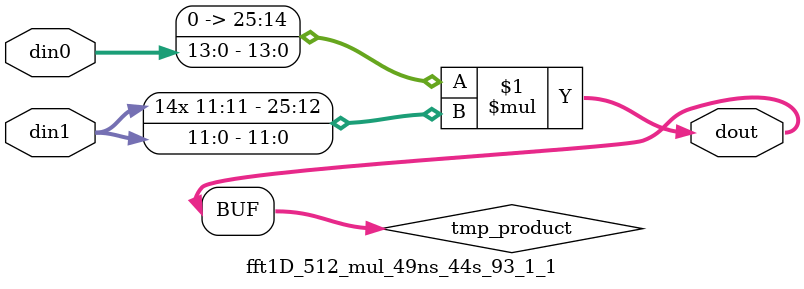
<source format=v>

`timescale 1 ns / 1 ps

  module fft1D_512_mul_49ns_44s_93_1_1(din0, din1, dout);
parameter ID = 1;
parameter NUM_STAGE = 0;
parameter din0_WIDTH = 14;
parameter din1_WIDTH = 12;
parameter dout_WIDTH = 26;

input [din0_WIDTH - 1 : 0] din0; 
input [din1_WIDTH - 1 : 0] din1; 
output [dout_WIDTH - 1 : 0] dout;

wire signed [dout_WIDTH - 1 : 0] tmp_product;











assign tmp_product = $signed({1'b0, din0}) * $signed(din1);










assign dout = tmp_product;







endmodule

</source>
